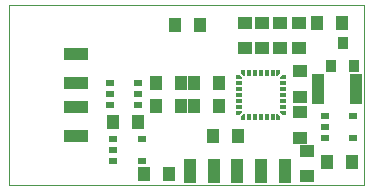
<source format=gbr>
G04 PROTEUS GERBER X2 FILE*
%TF.GenerationSoftware,Labcenter,Proteus,8.5-SP0-Build22067*%
%TF.CreationDate,2018-05-23T12:33:45+00:00*%
%TF.FileFunction,Paste,Top*%
%TF.FilePolarity,Positive*%
%TF.Part,Single*%
%FSLAX45Y45*%
%MOMM*%
G01*
%TA.AperFunction,Material*%
%ADD55R,2.000000X1.100000*%
%ADD56R,0.635000X0.508000*%
%ADD57R,1.016000X1.270000*%
%AMPPAD031*
4,1,5,
0.250000,0.150000,
0.250000,-0.150000,
-0.100000,-0.150000,
-0.250000,0.000000,
-0.250000,0.150000,
0.250000,0.150000,
0*%
%ADD37PPAD031*%
%ADD58R,0.550000X0.300000*%
%AMPPAD033*
4,1,5,
0.250000,-0.150000,
0.250000,0.150000,
-0.100000,0.150000,
-0.250000,0.000000,
-0.250000,-0.150000,
0.250000,-0.150000,
0*%
%ADD39PPAD033*%
%AMPPAD034*
4,1,5,
-0.150000,0.250000,
0.150000,0.250000,
0.150000,-0.100000,
0.000000,-0.250000,
-0.150000,-0.250000,
-0.150000,0.250000,
0*%
%ADD40PPAD034*%
%ADD59R,0.300000X0.550000*%
%AMPPAD036*
4,1,5,
0.150000,0.250000,
-0.150000,0.250000,
-0.150000,-0.100000,
0.000000,-0.250000,
0.150000,-0.250000,
0.150000,0.250000,
0*%
%ADD42PPAD036*%
%AMPPAD037*
4,1,5,
-0.250000,-0.150000,
-0.250000,0.150000,
0.100000,0.150000,
0.250000,0.000000,
0.250000,-0.150000,
-0.250000,-0.150000,
0*%
%ADD43PPAD037*%
%AMPPAD038*
4,1,5,
-0.250000,0.150000,
-0.250000,-0.150000,
0.100000,-0.150000,
0.250000,0.000000,
0.250000,0.150000,
-0.250000,0.150000,
0*%
%ADD44PPAD038*%
%AMPPAD039*
4,1,5,
0.150000,-0.250000,
-0.150000,-0.250000,
-0.150000,0.100000,
0.000000,0.250000,
0.150000,0.250000,
0.150000,-0.250000,
0*%
%ADD45PPAD039*%
%AMPPAD040*
4,1,5,
-0.150000,-0.250000,
0.150000,-0.250000,
0.150000,0.100000,
0.000000,0.250000,
-0.150000,0.250000,
-0.150000,-0.250000,
0*%
%ADD46PPAD040*%
%ADD60R,0.889000X1.016000*%
%ADD61R,1.016000X2.540000*%
%ADD62R,1.270000X1.016000*%
%ADD63R,1.100000X2.000000*%
%TA.AperFunction,Profile*%
%ADD28C,0.101600*%
D55*
X-930000Y-350000D03*
X-930000Y-100000D03*
X-930000Y+100000D03*
X-930000Y+350000D03*
D56*
X-640000Y+103980D03*
X-640000Y+10000D03*
X-640000Y-86520D03*
X-401240Y-86520D03*
X-401240Y+7460D03*
X-401240Y+103980D03*
D57*
X-250000Y+100000D03*
X-36640Y+100000D03*
X-250000Y-90000D03*
X-36640Y-90000D03*
X+71120Y-88900D03*
X+284480Y-88900D03*
X+70000Y+100000D03*
X+283360Y+100000D03*
D37*
X+825000Y-150000D03*
D58*
X+825000Y-100000D03*
X+825000Y-50000D03*
X+825000Y+0D03*
X+825000Y+50000D03*
X+825000Y+100000D03*
D39*
X+825000Y+150000D03*
D40*
X+787500Y+187500D03*
D59*
X+737500Y+187500D03*
X+687500Y+187500D03*
X+637500Y+187500D03*
X+587500Y+187500D03*
X+537500Y+187500D03*
D42*
X+487500Y+187500D03*
D43*
X+450000Y+150000D03*
D58*
X+450000Y+100000D03*
X+450000Y+50000D03*
X+450000Y+0D03*
X+450000Y-50000D03*
X+450000Y-100000D03*
D44*
X+450000Y-150000D03*
D45*
X+487500Y-187500D03*
D59*
X+537500Y-187500D03*
X+587500Y-187500D03*
X+637500Y-187500D03*
X+687500Y-187500D03*
X+737500Y-187500D03*
D46*
X+787500Y-187500D03*
D57*
X-400000Y-230000D03*
X-613360Y-230000D03*
D56*
X-610000Y-370000D03*
X-610000Y-463980D03*
X-610000Y-560500D03*
X-371240Y-560500D03*
X-371240Y-370000D03*
D57*
X-350000Y-670000D03*
X-136640Y-670000D03*
X+1413360Y-570000D03*
X+1200000Y-570000D03*
D56*
X+1178080Y-173480D03*
X+1178080Y-267460D03*
X+1178080Y-363980D03*
X+1416840Y-363980D03*
X+1416840Y-173480D03*
D60*
X+1330000Y+440000D03*
X+1236020Y+249500D03*
X+1423980Y+249500D03*
D61*
X+1440000Y+50000D03*
X+1125040Y+50000D03*
D62*
X+970000Y+200000D03*
X+970000Y-13360D03*
D57*
X+1323360Y+610000D03*
X+1110000Y+610000D03*
D62*
X+960000Y+613360D03*
X+960000Y+400000D03*
X+800000Y+613360D03*
X+800000Y+400000D03*
D57*
X+444500Y-350000D03*
X+231140Y-350000D03*
D62*
X+650000Y+610000D03*
X+650000Y+396640D03*
X+500000Y+400000D03*
X+500000Y+613360D03*
D57*
X-90000Y+590000D03*
X+123360Y+590000D03*
D62*
X+1030000Y-683360D03*
X+1030000Y-470000D03*
X+970000Y-146640D03*
X+970000Y-360000D03*
D63*
X+40000Y-640000D03*
X+40000Y-640000D03*
X+240000Y-640000D03*
X+440000Y-640000D03*
X+640000Y-640000D03*
X+840000Y-640000D03*
D28*
X-1490000Y-760000D02*
X+1510000Y-760000D01*
X+1510000Y+760000D01*
X-1490000Y+760000D01*
X-1490000Y-760000D01*
M02*

</source>
